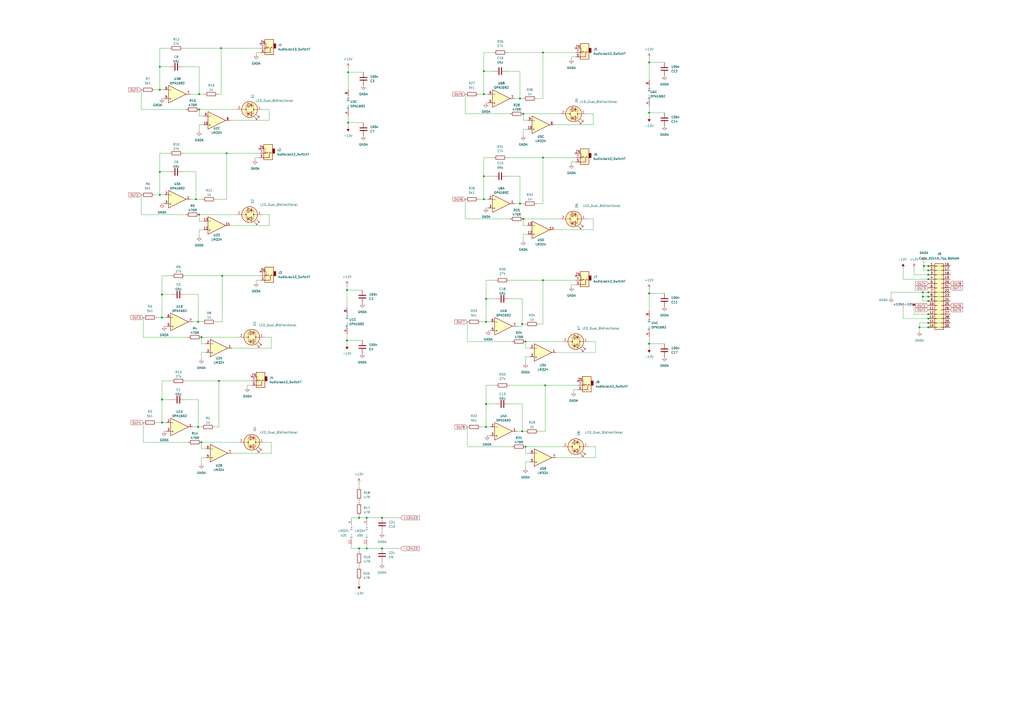
<source format=kicad_sch>
(kicad_sch (version 20231120) (generator "eeschema") (generator_version "8.0")
  (paper "A2")
  (junction (at 376.555 65.405))
  (junction (at 116.84 195.58))
  (junction (at 212.725 300.355))
  (junction (at 221.615 318.135))
  (junction (at 376.555 36.195))
  (junction (at 116.84 256.54))
  (junction (at 303.53 66.04))
  (junction (at 208.28 300.355))
  (junction (at 538.48 174.625))
  (junction (at 535.94 154.305))
  (junction (at 533.4 189.865))
  (junction (at 221.615 300.355))
  (junction (at 93.98 184.15))
  (junction (at 92.71 99.695))
  (junction (at 301.625 57.15))
  (junction (at 115.57 54.61))
  (junction (at 201.295 197.485))
  (junction (at 316.23 223.52))
  (junction (at 280.67 102.235))
  (junction (at 538.48 172.085))
  (junction (at 304.8 198.12))
  (junction (at 535.305 169.545))
  (junction (at 201.93 41.91))
  (junction (at 281.94 247.65))
  (junction (at 280.67 115.57))
  (junction (at 92.71 38.735))
  (junction (at 304.8 259.08))
  (junction (at 114.935 247.65))
  (junction (at 535.305 172.085))
  (junction (at 127 220.98))
  (junction (at 314.96 30.48))
  (junction (at 128.905 160.02))
  (junction (at 280.67 41.275))
  (junction (at 201.93 71.12))
  (junction (at 114.935 186.69))
  (junction (at 131.445 88.9))
  (junction (at 281.94 234.315))
  (junction (at 538.48 156.845))
  (junction (at 538.48 189.865))
  (junction (at 538.48 187.325))
  (junction (at 538.48 159.385))
  (junction (at 280.67 54.61))
  (junction (at 92.71 52.07))
  (junction (at 314.96 91.44))
  (junction (at 201.295 168.275))
  (junction (at 93.98 245.11))
  (junction (at 113.665 115.57))
  (junction (at 128.27 27.94))
  (junction (at 538.48 154.305))
  (junction (at 302.895 250.19))
  (junction (at 376.555 170.18))
  (junction (at 92.71 113.03))
  (junction (at 303.53 127))
  (junction (at 212.725 318.135))
  (junction (at 115.57 63.5))
  (junction (at 302.895 187.96))
  (junction (at 301.625 118.11))
  (junction (at 115.57 124.46))
  (junction (at 281.94 173.355))
  (junction (at 376.555 199.39))
  (junction (at 93.98 231.775))
  (junction (at 538.48 184.785))
  (junction (at 281.94 186.69))
  (junction (at 538.48 169.545))
  (junction (at 314.96 162.56))
  (junction (at 208.28 318.135))
  (junction (at 538.48 182.245))
  (junction (at 93.98 170.815))
  (junction (at 538.48 161.925))
  (no_connect (at 334.01 27.94))
  (no_connect (at 334.01 160.02))
  (no_connect (at 335.28 220.98))
  (no_connect (at 151.13 25.4))
  (no_connect (at 334.01 88.9))
  (no_connect (at 151.13 157.48))
  (no_connect (at 150.495 86.36))
  (no_connect (at 146.05 218.44))
  (wire (pts (xy 533.4 189.865) (xy 538.48 189.865)))
  (wire (pts (xy 376.555 199.39) (xy 385.445 199.39)))
  (wire (pts (xy 208.28 299.085) (xy 208.28 300.355)))
  (wire (pts (xy 538.48 189.865) (xy 551.18 189.865)))
  (wire (pts (xy 303.53 135.89) (xy 306.07 135.89)))
  (wire (pts (xy 115.57 133.35) (xy 115.57 137.16)))
  (wire (pts (xy 107.95 63.5) (xy 81.915 63.5)))
  (wire (pts (xy 376.555 65.405) (xy 385.445 65.405)))
  (wire (pts (xy 345.44 198.12) (xy 345.44 204.47)))
  (wire (pts (xy 111.76 186.69) (xy 114.935 186.69)))
  (wire (pts (xy 116.84 195.58) (xy 138.43 195.58)))
  (wire (pts (xy 302.895 234.315) (xy 302.895 250.19)))
  (wire (pts (xy 115.57 72.39) (xy 118.11 72.39)))
  (wire (pts (xy 208.28 336.55) (xy 208.28 339.09)))
  (wire (pts (xy 127 220.98) (xy 146.05 220.98)))
  (wire (pts (xy 208.28 300.355) (xy 212.725 300.355)))
  (wire (pts (xy 535.94 154.305) (xy 538.48 154.305)))
  (wire (pts (xy 116.84 256.54) (xy 138.43 256.54)))
  (wire (pts (xy 304.8 207.01) (xy 304.8 210.82)))
  (wire (pts (xy 115.57 128.27) (xy 118.11 128.27)))
  (wire (pts (xy 299.72 250.19) (xy 302.895 250.19)))
  (wire (pts (xy 294.005 91.44) (xy 314.96 91.44)))
  (wire (pts (xy 280.67 30.48) (xy 280.67 41.275)))
  (wire (pts (xy 314.96 187.96) (xy 314.96 162.56)))
  (wire (pts (xy 312.42 187.96) (xy 314.96 187.96)))
  (wire (pts (xy 302.895 187.96) (xy 304.8 187.96)))
  (wire (pts (xy 93.98 220.98) (xy 93.98 231.775)))
  (wire (pts (xy 344.17 66.04) (xy 344.17 72.39)))
  (wire (pts (xy 134.62 262.89) (xy 157.48 262.89)))
  (wire (pts (xy 283.21 120.65) (xy 281.94 120.65)))
  (wire (pts (xy 271.145 186.69) (xy 271.145 198.12)))
  (wire (pts (xy 277.495 54.61) (xy 280.67 54.61)))
  (wire (pts (xy 106.045 99.695) (xy 113.665 99.695)))
  (wire (pts (xy 334.01 93.98) (xy 331.47 93.98)))
  (wire (pts (xy 281.94 162.56) (xy 281.94 173.355)))
  (wire (pts (xy 153.67 256.54) (xy 157.48 256.54)))
  (wire (pts (xy 287.655 234.315) (xy 281.94 234.315)))
  (wire (pts (xy 281.94 247.65) (xy 284.48 247.65)))
  (wire (pts (xy 148.59 30.48) (xy 148.59 31.75)))
  (wire (pts (xy 116.84 260.35) (xy 119.38 260.35)))
  (wire (pts (xy 523.875 161.925) (xy 538.48 161.925)))
  (wire (pts (xy 286.385 30.48) (xy 280.67 30.48)))
  (wire (pts (xy 286.385 102.235) (xy 280.67 102.235)))
  (wire (pts (xy 298.45 118.11) (xy 301.625 118.11)))
  (wire (pts (xy 208.28 280.162) (xy 208.28 282.702)))
  (wire (pts (xy 278.765 186.69) (xy 281.94 186.69)))
  (wire (pts (xy 152.4 63.5) (xy 156.21 63.5)))
  (wire (pts (xy 81.915 124.46) (xy 107.95 124.46)))
  (wire (pts (xy 221.615 325.755) (xy 221.615 327.025)))
  (wire (pts (xy 314.96 30.48) (xy 334.01 30.48)))
  (wire (pts (xy 212.725 318.135) (xy 212.725 316.23)))
  (wire (pts (xy 98.425 27.94) (xy 92.71 27.94)))
  (wire (pts (xy 286.385 91.44) (xy 280.67 91.44)))
  (wire (pts (xy 376.555 36.195) (xy 376.555 46.355)))
  (wire (pts (xy 93.98 231.775) (xy 93.98 245.11)))
  (wire (pts (xy 106.045 27.94) (xy 128.27 27.94)))
  (wire (pts (xy 269.875 66.04) (xy 295.91 66.04)))
  (wire (pts (xy 208.28 290.322) (xy 208.28 291.465)))
  (wire (pts (xy 116.84 265.43) (xy 116.84 269.24)))
  (wire (pts (xy 304.8 198.12) (xy 304.8 201.93)))
  (wire (pts (xy 128.905 160.02) (xy 128.905 186.69)))
  (wire (pts (xy 314.96 57.15) (xy 314.96 30.48)))
  (wire (pts (xy 280.67 54.61) (xy 283.21 54.61)))
  (wire (pts (xy 212.725 318.135) (xy 221.615 318.135)))
  (wire (pts (xy 538.48 187.325) (xy 551.18 187.325)))
  (wire (pts (xy 304.8 201.93) (xy 307.34 201.93)))
  (wire (pts (xy 280.67 41.275) (xy 286.385 41.275)))
  (wire (pts (xy 311.15 118.11) (xy 314.96 118.11)))
  (wire (pts (xy 115.57 38.735) (xy 115.57 54.61)))
  (wire (pts (xy 131.445 88.9) (xy 131.445 115.57)))
  (wire (pts (xy 115.57 54.61) (xy 118.745 54.61)))
  (wire (pts (xy 201.295 168.275) (xy 210.185 168.275)))
  (wire (pts (xy 93.98 170.815) (xy 93.98 184.15)))
  (wire (pts (xy 302.895 250.19) (xy 304.8 250.19)))
  (wire (pts (xy 340.36 66.04) (xy 344.17 66.04)))
  (wire (pts (xy 221.615 318.135) (xy 232.41 318.135)))
  (wire (pts (xy 287.655 162.56) (xy 281.94 162.56)))
  (wire (pts (xy 81.915 63.5) (xy 81.915 52.07)))
  (wire (pts (xy 280.67 115.57) (xy 283.21 115.57)))
  (wire (pts (xy 280.67 41.275) (xy 280.67 54.61)))
  (wire (pts (xy 201.93 39.37) (xy 201.93 41.91)))
  (wire (pts (xy 322.58 265.43) (xy 345.44 265.43)))
  (wire (pts (xy 201.295 193.675) (xy 201.295 197.485)))
  (wire (pts (xy 295.275 162.56) (xy 314.96 162.56)))
  (wire (pts (xy 156.21 63.5) (xy 156.21 69.85)))
  (wire (pts (xy 334.01 33.02) (xy 331.47 33.02)))
  (wire (pts (xy 302.895 173.355) (xy 302.895 187.96)))
  (wire (pts (xy 376.555 36.195) (xy 385.445 36.195)))
  (wire (pts (xy 523.875 155.575) (xy 523.875 161.925)))
  (wire (pts (xy 321.31 72.39) (xy 344.17 72.39)))
  (wire (pts (xy 201.93 67.31) (xy 201.93 71.12)))
  (wire (pts (xy 98.425 38.735) (xy 92.71 38.735)))
  (wire (pts (xy 201.295 197.485) (xy 201.295 200.025)))
  (wire (pts (xy 203.835 316.23) (xy 203.835 318.135)))
  (wire (pts (xy 95.25 57.15) (xy 93.98 57.15)))
  (wire (pts (xy 294.005 102.235) (xy 301.625 102.235)))
  (wire (pts (xy 92.71 88.9) (xy 92.71 99.695)))
  (wire (pts (xy 535.305 169.545) (xy 538.48 169.545)))
  (wire (pts (xy 93.98 184.15) (xy 96.52 184.15)))
  (wire (pts (xy 538.48 174.625) (xy 551.18 174.625)))
  (wire (pts (xy 535.305 172.085) (xy 535.305 174.625)))
  (wire (pts (xy 126.365 54.61) (xy 128.27 54.61)))
  (wire (pts (xy 115.57 67.31) (xy 118.11 67.31)))
  (wire (pts (xy 153.67 195.58) (xy 157.48 195.58)))
  (wire (pts (xy 538.48 182.245) (xy 551.18 182.245)))
  (wire (pts (xy 115.57 63.5) (xy 115.57 67.31)))
  (wire (pts (xy 212.725 300.355) (xy 212.725 300.99)))
  (wire (pts (xy 116.84 199.39) (xy 119.38 199.39)))
  (wire (pts (xy 92.71 52.07) (xy 95.25 52.07)))
  (wire (pts (xy 278.765 247.65) (xy 281.94 247.65)))
  (wire (pts (xy 538.48 172.085) (xy 551.18 172.085)))
  (wire (pts (xy 99.695 160.02) (xy 93.98 160.02)))
  (wire (pts (xy 109.22 256.54) (xy 83.185 256.54)))
  (wire (pts (xy 322.58 204.47) (xy 345.44 204.47)))
  (wire (pts (xy 295.275 234.315) (xy 302.895 234.315)))
  (wire (pts (xy 376.555 61.595) (xy 376.555 65.405)))
  (wire (pts (xy 152.4 124.46) (xy 156.21 124.46)))
  (wire (pts (xy 312.42 250.19) (xy 316.23 250.19)))
  (wire (pts (xy 376.555 33.655) (xy 376.555 36.195)))
  (wire (pts (xy 303.53 127) (xy 303.53 130.81)))
  (wire (pts (xy 533.4 189.865) (xy 533.4 192.405)))
  (wire (pts (xy 146.05 223.52) (xy 143.51 223.52)))
  (wire (pts (xy 281.94 173.355) (xy 281.94 186.69)))
  (wire (pts (xy 523.875 184.785) (xy 538.48 184.785)))
  (wire (pts (xy 201.93 41.91) (xy 201.93 52.07)))
  (wire (pts (xy 316.23 250.19) (xy 316.23 223.52)))
  (wire (pts (xy 201.295 168.275) (xy 201.295 178.435)))
  (wire (pts (xy 341.63 198.12) (xy 345.44 198.12)))
  (wire (pts (xy 538.48 159.385) (xy 551.18 159.385)))
  (wire (pts (xy 271.145 259.08) (xy 297.18 259.08)))
  (wire (pts (xy 89.535 52.07) (xy 92.71 52.07)))
  (wire (pts (xy 281.94 234.315) (xy 281.94 247.65)))
  (wire (pts (xy 115.57 124.46) (xy 115.57 128.27)))
  (wire (pts (xy 131.445 115.57) (xy 125.095 115.57)))
  (wire (pts (xy 107.315 160.02) (xy 128.905 160.02)))
  (wire (pts (xy 96.52 250.19) (xy 95.25 250.19)))
  (wire (pts (xy 128.905 160.02) (xy 151.13 160.02)))
  (wire (pts (xy 311.15 57.15) (xy 314.96 57.15)))
  (wire (pts (xy 304.8 198.12) (xy 326.39 198.12)))
  (wire (pts (xy 516.89 169.545) (xy 535.305 169.545)))
  (wire (pts (xy 151.13 162.56) (xy 148.59 162.56)))
  (wire (pts (xy 294.005 41.275) (xy 301.625 41.275)))
  (wire (pts (xy 128.27 27.94) (xy 128.27 54.61)))
  (wire (pts (xy 535.94 154.305) (xy 535.94 151.765)))
  (wire (pts (xy 221.615 307.975) (xy 221.615 309.245)))
  (wire (pts (xy 271.145 247.65) (xy 271.145 259.08)))
  (wire (pts (xy 156.21 130.81) (xy 133.35 130.81)))
  (wire (pts (xy 116.84 204.47) (xy 119.38 204.47)))
  (wire (pts (xy 295.275 223.52) (xy 316.23 223.52)))
  (wire (pts (xy 157.48 195.58) (xy 157.48 201.93)))
  (wire (pts (xy 269.875 127) (xy 269.875 115.57)))
  (wire (pts (xy 331.47 165.1) (xy 331.47 166.37)))
  (wire (pts (xy 203.835 318.135) (xy 208.28 318.135)))
  (wire (pts (xy 114.935 170.815) (xy 114.935 186.69)))
  (wire (pts (xy 331.47 33.02) (xy 331.47 34.29)))
  (wire (pts (xy 281.94 186.69) (xy 284.48 186.69)))
  (wire (pts (xy 345.44 259.08) (xy 345.44 265.43)))
  (wire (pts (xy 201.295 197.485) (xy 210.185 197.485)))
  (wire (pts (xy 530.225 159.385) (xy 530.225 155.575)))
  (wire (pts (xy 299.72 189.23) (xy 302.895 189.23)))
  (wire (pts (xy 331.47 93.98) (xy 331.47 95.25)))
  (wire (pts (xy 340.36 127) (xy 344.17 127)))
  (wire (pts (xy 535.305 174.625) (xy 538.48 174.625)))
  (wire (pts (xy 116.84 195.58) (xy 116.84 199.39)))
  (wire (pts (xy 376.555 199.39) (xy 376.555 201.93)))
  (wire (pts (xy 535.305 169.545) (xy 535.305 172.085)))
  (wire (pts (xy 107.315 231.775) (xy 114.935 231.775)))
  (wire (pts (xy 114.935 186.69) (xy 117.475 186.69)))
  (wire (pts (xy 281.94 223.52) (xy 281.94 234.315)))
  (wire (pts (xy 90.805 184.15) (xy 93.98 184.15)))
  (wire (pts (xy 110.49 115.57) (xy 113.665 115.57)))
  (wire (pts (xy 92.71 113.03) (xy 95.25 113.03)))
  (wire (pts (xy 530.225 182.245) (xy 530.225 178.435)))
  (wire (pts (xy 538.48 169.545) (xy 551.18 169.545)))
  (wire (pts (xy 287.655 223.52) (xy 281.94 223.52)))
  (wire (pts (xy 341.63 259.08) (xy 345.44 259.08)))
  (wire (pts (xy 115.57 124.46) (xy 137.16 124.46)))
  (wire (pts (xy 376.555 195.58) (xy 376.555 199.39)))
  (wire (pts (xy 107.315 220.98) (xy 127 220.98)))
  (wire (pts (xy 92.71 27.94) (xy 92.71 38.735)))
  (wire (pts (xy 92.71 99.695) (xy 92.71 113.03)))
  (wire (pts (xy 115.57 63.5) (xy 137.16 63.5)))
  (wire (pts (xy 533.4 187.325) (xy 533.4 189.865)))
  (wire (pts (xy 376.555 170.18) (xy 385.445 170.18)))
  (wire (pts (xy 107.315 170.815) (xy 114.935 170.815)))
  (wire (pts (xy 301.625 102.235) (xy 301.625 118.11)))
  (wire (pts (xy 304.8 207.01) (xy 307.34 207.01)))
  (wire (pts (xy 115.57 133.35) (xy 118.11 133.35)))
  (wire (pts (xy 538.48 161.925) (xy 551.18 161.925)))
  (wire (pts (xy 113.665 115.57) (xy 117.475 115.57)))
  (wire (pts (xy 301.625 41.275) (xy 301.625 57.15)))
  (wire (pts (xy 304.8 259.08) (xy 304.8 262.89)))
  (wire (pts (xy 535.94 156.845) (xy 535.94 154.305)))
  (wire (pts (xy 201.93 71.12) (xy 210.82 71.12)))
  (wire (pts (xy 147.955 91.44) (xy 147.955 92.71)))
  (wire (pts (xy 283.21 59.69) (xy 281.94 59.69)))
  (wire (pts (xy 109.22 195.58) (xy 83.185 195.58)))
  (wire (pts (xy 128.27 27.94) (xy 151.13 27.94)))
  (wire (pts (xy 106.045 88.9) (xy 131.445 88.9)))
  (wire (pts (xy 110.49 54.61) (xy 115.57 54.61)))
  (wire (pts (xy 201.93 41.91) (xy 210.82 41.91)))
  (wire (pts (xy 303.53 130.81) (xy 306.07 130.81)))
  (wire (pts (xy 301.625 118.11) (xy 303.53 118.11)))
  (wire (pts (xy 151.13 30.48) (xy 148.59 30.48)))
  (wire (pts (xy 99.695 231.775) (xy 93.98 231.775)))
  (wire (pts (xy 156.21 69.85) (xy 133.35 69.85)))
  (wire (pts (xy 83.185 195.58) (xy 83.185 184.15)))
  (wire (pts (xy 96.52 189.23) (xy 95.25 189.23)))
  (wire (pts (xy 314.96 118.11) (xy 314.96 91.44)))
  (wire (pts (xy 124.46 247.65) (xy 127 247.65)))
  (wire (pts (xy 208.28 300.355) (xy 203.835 300.355)))
  (wire (pts (xy 376.555 170.18) (xy 376.555 180.34)))
  (wire (pts (xy 344.17 127) (xy 344.17 133.35)))
  (wire (pts (xy 131.445 88.9) (xy 150.495 88.9)))
  (wire (pts (xy 303.53 74.93) (xy 303.53 78.74)))
  (wire (pts (xy 148.59 162.56) (xy 148.59 163.83)))
  (wire (pts (xy 116.84 204.47) (xy 116.84 208.28)))
  (wire (pts (xy 335.28 226.06) (xy 332.74 226.06)))
  (wire (pts (xy 89.535 113.03) (xy 92.71 113.03)))
  (wire (pts (xy 332.74 226.06) (xy 332.74 227.33)))
  (wire (pts (xy 277.495 115.57) (xy 280.67 115.57)))
  (wire (pts (xy 150.495 91.44) (xy 147.955 91.44)))
  (wire (pts (xy 302.895 187.96) (xy 302.895 189.23)))
  (wire (pts (xy 530.225 182.245) (xy 538.48 182.245)))
  (wire (pts (xy 201.295 165.735) (xy 201.295 168.275)))
  (wire (pts (xy 295.91 127) (xy 269.875 127)))
  (wire (pts (xy 114.935 231.775) (xy 114.935 247.65)))
  (wire (pts (xy 303.53 66.04) (xy 325.12 66.04)))
  (wire (pts (xy 533.4 187.325) (xy 538.48 187.325)))
  (wire (pts (xy 208.28 327.66) (xy 208.28 328.93)))
  (wire (pts (xy 334.01 165.1) (xy 331.47 165.1)))
  (wire (pts (xy 221.615 300.355) (xy 232.41 300.355)))
  (wire (pts (xy 516.89 169.545) (xy 516.89 172.72)))
  (wire (pts (xy 83.185 256.54) (xy 83.185 245.11)))
  (wire (pts (xy 113.665 99.695) (xy 113.665 115.57)))
  (wire (pts (xy 95.25 118.11) (xy 93.98 118.11)))
  (wire (pts (xy 92.71 38.735) (xy 92.71 52.07)))
  (wire (pts (xy 99.695 170.815) (xy 93.98 170.815)))
  (wire (pts (xy 304.8 259.08) (xy 326.39 259.08)))
  (wire (pts (xy 303.53 127) (xy 325.12 127)))
  (wire (pts (xy 303.53 74.93) (xy 306.07 74.93)))
  (wire (pts (xy 143.51 223.52) (xy 143.51 224.79)))
  (wire (pts (xy 538.48 154.305) (xy 551.18 154.305)))
  (wire (pts (xy 523.875 178.435) (xy 523.875 184.785)))
  (wire (pts (xy 93.98 245.11) (xy 96.52 245.11)))
  (wire (pts (xy 314.96 162.56) (xy 334.01 162.56)))
  (wire (pts (xy 298.45 57.15) (xy 301.625 57.15)))
  (wire (pts (xy 208.28 318.135) (xy 208.28 320.04)))
  (wire (pts (xy 203.835 300.355) (xy 203.835 300.99)))
  (wire (pts (xy 106.045 38.735) (xy 115.57 38.735)))
  (wire (pts (xy 280.67 102.235) (xy 280.67 115.57)))
  (wire (pts (xy 314.96 91.44) (xy 334.01 91.44)))
  (wire (pts (xy 303.53 69.85) (xy 306.07 69.85)))
  (wire (pts (xy 269.875 54.61) (xy 269.875 66.04)))
  (wire (pts (xy 530.225 159.385) (xy 538.48 159.385)))
  (wire (pts (xy 280.67 91.44) (xy 280.67 102.235)))
  (wire (pts (xy 90.805 245.11) (xy 93.98 245.11)))
  (wire (pts (xy 295.275 173.355) (xy 302.895 173.355)))
  (wire (pts (xy 304.8 262.89) (xy 307.34 262.89)))
  (wire (pts (xy 284.48 252.73) (xy 282.575 252.73)))
  (wire (pts (xy 538.48 156.845) (xy 551.18 156.845)))
  (wire (pts (xy 116.84 265.43) (xy 119.38 265.43)))
  (wire (pts (xy 125.095 186.69) (xy 128.905 186.69)))
  (wire (pts (xy 212.725 300.355) (xy 221.615 300.355)))
  (wire (pts (xy 98.425 88.9) (xy 92.71 88.9)))
  (wire (pts (xy 304.8 267.97) (xy 304.8 271.78)))
  (wire (pts (xy 208.28 318.135) (xy 212.725 318.135)))
  (wire (pts (xy 538.48 184.785) (xy 551.18 184.785)))
  (wire (pts (xy 316.23 223.52) (xy 335.28 223.52)))
  (wire (pts (xy 127 247.65) (xy 127 220.98)))
  (wire (pts (xy 287.655 173.355) (xy 281.94 173.355)))
  (wire (pts (xy 535.305 172.085) (xy 538.48 172.085)))
  (wire (pts (xy 376.555 65.405) (xy 376.555 67.945)))
  (wire (pts (xy 201.93 71.12) (xy 201.93 73.66)))
  (wire (pts (xy 294.005 30.48) (xy 314.96 30.48)))
  (wire (pts (xy 99.695 220.98) (xy 93.98 220.98)))
  (wire (pts (xy 303.53 135.89) (xy 303.53 139.7)))
  (wire (pts (xy 284.48 191.77) (xy 283.21 191.77)))
  (wire (pts (xy 321.31 133.35) (xy 344.17 133.35)))
  (wire (pts (xy 535.94 156.845) (xy 538.48 156.845)))
  (wire (pts (xy 115.57 72.39) (xy 115.57 76.2)))
  (wire (pts (xy 304.8 267.97) (xy 307.34 267.97)))
  (wire (pts (xy 376.555 167.64) (xy 376.555 170.18)))
  (wire (pts (xy 114.935 247.65) (xy 116.84 247.65)))
  (wire (pts (xy 301.625 57.15) (xy 303.53 57.15)))
  (wire (pts (xy 156.21 124.46) (xy 156.21 130.81)))
  (wire (pts (xy 157.48 201.93) (xy 134.62 201.93)))
  (wire (pts (xy 111.76 247.65) (xy 114.935 247.65)))
  (wire (pts (xy 303.53 66.04) (xy 303.53 69.85)))
  (wire (pts (xy 116.84 256.54) (xy 116.84 260.35)))
  (wire (pts (xy 271.145 198.12) (xy 297.18 198.12)))
  (wire (pts (xy 93.98 160.02) (xy 93.98 170.815)))
  (wire (pts (xy 81.915 124.46) (xy 81.915 113.03)))
  (wire (pts (xy 98.425 99.695) (xy 92.71 99.695)))
  (wire (pts (xy 157.48 256.54) (xy 157.48 262.89)))
  (global_label "OUT4" (shape input) (at 83.185 245.11 180) (property "Intersheetrefs" "${INTERSHEET_REFS}" (effects (hide yes))))
  (global_label "+12VLED" (shape input) (at 232.41 300.355 0) (property "Intersheetrefs" "${INTERSHEET_REFS}" (effects (hide yes))))
  (global_label "OUT5" (shape input) (at 269.875 54.61 180) (property "Intersheetrefs" "${INTERSHEET_REFS}" (effects (hide yes))))
  (global_label "-12VLED" (shape input) (at 232.41 318.135 0) (property "Intersheetrefs" "${INTERSHEET_REFS}" (effects (hide yes))))
  (global_label "OUT6" (shape input) (at 551.18 177.165 0) (property "Intersheetrefs" "${INTERSHEET_REFS}" (effects (hide yes))))
  (global_label "OUT4" (shape input) (at 538.48 164.465 180) (property "Intersheetrefs" "${INTERSHEET_REFS}" (effects (hide yes))))
  (global_label "OUT2" (shape input) (at 81.915 113.03 180) (property "Intersheetrefs" "${INTERSHEET_REFS}" (effects (hide yes))))
  (global_label "OUT8" (shape input) (at 551.18 164.465 0) (property "Intersheetrefs" "${INTERSHEET_REFS}" (effects (hide yes))))
  (global_label "OUT2" (shape input) (at 538.48 177.165 180) (property "Intersheetrefs" "${INTERSHEET_REFS}" (effects (hide yes))))
  (global_label "OUT3" (shape input) (at 83.185 184.15 180) (property "Intersheetrefs" "${INTERSHEET_REFS}" (effects (hide yes))))
  (global_label "OUT5" (shape input) (at 551.18 179.705 0) (property "Intersheetrefs" "${INTERSHEET_REFS}" (effects (hide yes))))
  (global_label "OUT6" (shape input) (at 269.875 115.57 180) (property "Intersheetrefs" "${INTERSHEET_REFS}" (effects (hide yes))))
  (global_label "OUT3" (shape input) (at 538.48 167.005 180) (property "Intersheetrefs" "${INTERSHEET_REFS}" (effects (hide yes))))
  (global_label "OUT7" (shape input) (at 271.145 186.69 180) (property "Intersheetrefs" "${INTERSHEET_REFS}" (effects (hide yes))))
  (global_label "OUT1" (shape input) (at 538.48 179.705 180) (property "Intersheetrefs" "${INTERSHEET_REFS}" (effects (hide yes))))
  (global_label "OUT8" (shape input) (at 271.145 247.65 180) (property "Intersheetrefs" "${INTERSHEET_REFS}" (effects (hide yes))))
  (global_label "OUT1" (shape input) (at 81.915 52.07 180) (property "Intersheetrefs" "${INTERSHEET_REFS}" (effects (hide yes))))
  (global_label "OUT7" (shape input) (at 551.18 167.005 0) (property "Intersheetrefs" "${INTERSHEET_REFS}" (effects (hide yes))))
  (symbol (lib_id "power:GNDA") (at 304.8 271.78 0) (unit 1)
    (property "Reference" "#PWR0103" (effects (hide yes)))
    (property "Value" "GNDA" (at 304.8 276.86 0))
  )
  (symbol (lib_id "Device:R") (at 274.955 186.69 270) (unit 1)
    (property "Reference" "R23" (at 274.955 180.34 90))
    (property "Value" "5k1" (at 274.955 182.88 90))
    (property "Footprint" "Resistor_SMD:R_0603_1608Metric_Pad0.98x0.95mm_HandSolder" (effects (hide yes)))
  )
  (symbol (lib_id "Amplifier_Operational:TL072") (at 292.1 189.23 0) (mirror x) (unit 2)
    (property "Reference" "U4" (at 292.1 180.34 0))
    (property "Value" "OPA1692" (at 292.1 182.88 0))
    (property "Footprint" "Package_SO:SOIC-8_3.9x4.9mm_P1.27mm" (effects (hide yes)))
    (property "Datasheet" "http://www.ti.com/lit/ds/symlink/tl071.pdf" (effects (hide yes)))
  )
  (symbol (lib_id "Device:C") (at 291.465 234.315 90) (unit 1)
    (property "Reference" "C13" (at 291.465 228.6 90))
    (property "Value" "68p" (at 291.465 231.14 90))
    (property "Footprint" "Capacitor_SMD:C_0603_1608Metric_Pad1.08x0.95mm_HandSolder" (effects (hide yes)))
  )
  (symbol (lib_id "Amplifier_Operational:TL072") (at 104.14 247.65 0) (mirror x) (unit 1)
    (property "Reference" "U1" (at 104.14 238.76 0))
    (property "Value" "OPA1692" (at 104.14 241.3 0))
    (property "Footprint" "Package_SO:SOIC-8_3.9x4.9mm_P1.27mm" (effects (hide yes)))
    (property "Datasheet" "http://www.ti.com/lit/ds/symlink/tl071.pdf" (effects (hide yes)))
  )
  (symbol (lib_id "Device:C") (at 385.445 173.99 180) (unit 1)
    (property "Reference" "C11" (at 389.255 175.26 0) (effects (justify right)))
    (property "Value" "100n" (at 389.255 172.72 0) (effects (justify right)))
    (property "Footprint" "Capacitor_SMD:C_0603_1608Metric_Pad1.08x0.95mm_HandSolder" (effects (hide yes)))
  )
  (symbol (lib_id "Amplifier_Operational:LM324") (at 210.185 308.61 0) (mirror y) (unit 5)
    (property "Reference" "U5" (at 208.915 310.515 0))
    (property "Value" "LM324" (at 208.915 307.975 0))
    (property "Footprint" "Package_SO:SOIC-14_3.9x8.7mm_P1.27mm" (effects (hide yes)))
    (property "Datasheet" "http://www.ti.com/lit/ds/symlink/lm2902-n.pdf" (effects (hide yes)))
  )
  (symbol (lib_id "power:-12V") (at 376.555 67.945 180) (unit 1)
    (property "Reference" "#PWR0116" (effects (hide yes)))
    (property "Value" "-12V" (at 376.555 73.025 0))
  )
  (symbol (lib_id "Device:C") (at 103.505 170.815 90) (unit 1)
    (property "Reference" "C5" (at 103.505 165.1 90))
    (property "Value" "68p" (at 103.505 167.64 90))
    (property "Footprint" "Capacitor_SMD:C_0603_1608Metric_Pad1.08x0.95mm_HandSolder" (effects (hide yes)))
  )
  (symbol (lib_id "power:GNDA") (at 143.51 224.79 0) (mirror y) (unit 1)
    (property "Reference" "#PWR016" (effects (hide yes)))
    (property "Value" "GNDA" (at 143.51 229.87 0))
  )
  (symbol (lib_id "power:GNDA") (at 281.94 120.65 0) (unit 1)
    (property "Reference" "#PWR0143" (effects (hide yes)))
    (property "Value" "GNDA" (at 281.94 125.73 0))
  )
  (symbol (lib_id "Device:R") (at 86.995 184.15 270) (unit 1)
    (property "Reference" "R3" (at 86.995 177.8 90))
    (property "Value" "5k1" (at 86.995 180.34 90))
    (property "Footprint" "Resistor_SMD:R_0603_1608Metric_Pad0.98x0.95mm_HandSolder" (effects (hide yes)))
  )
  (symbol (lib_id "Device:R") (at 208.28 323.85 0) (unit 1)
    (property "Reference" "R19" (at 210.947 323.215 0) (effects (justify left)))
    (property "Value" "47R" (at 210.947 325.755 0) (effects (justify left)))
    (property "Footprint" "Resistor_SMD:R_0603_1608Metric_Pad0.98x0.95mm_HandSolder" (effects (hide yes)))
  )
  (symbol (lib_id "Amplifier_Operational:TL072") (at 290.83 57.15 0) (mirror x) (unit 2)
    (property "Reference" "U6" (at 290.83 48.26 0))
    (property "Value" "OPA1692" (at 290.83 50.8 0))
    (property "Footprint" "Package_SO:SOIC-8_3.9x4.9mm_P1.27mm" (effects (hide yes)))
    (property "Datasheet" "http://www.ti.com/lit/ds/symlink/tl071.pdf" (effects (hide yes)))
  )
  (symbol (lib_id "Amplifier_Operational:LM324") (at 125.73 69.85 0) (mirror x) (unit 3)
    (property "Reference" "U2" (at 125.73 74.422 0))
    (property "Value" "LM324" (at 125.73 76.962 0))
    (property "Footprint" "Package_SO:SOIC-14_3.9x8.7mm_P1.27mm" (effects (hide yes)))
    (property "Datasheet" "http://www.ti.com/lit/ds/symlink/lm2902-n.pdf" (effects (hide yes)))
  )
  (symbol (lib_id "Amplifier_Operational:LM324") (at 314.96 265.43 0) (mirror x) (unit 2)
    (property "Reference" "U5" (at 314.96 271.78 0))
    (property "Value" "LM324" (at 314.96 274.32 0))
    (property "Footprint" "Package_SO:SOIC-14_3.9x8.7mm_P1.27mm" (effects (hide yes)))
    (property "Datasheet" "http://www.ti.com/lit/ds/symlink/lm2902-n.pdf" (effects (hide yes)))
  )
  (symbol (lib_id "power:GNDA") (at 331.47 166.37 0) (mirror y) (unit 1)
    (property "Reference" "#PWR039" (effects (hide yes)))
    (property "Value" "GNDA" (at 331.47 171.45 0))
  )
  (symbol (lib_id "power:GNDA") (at 535.94 151.765 0) (mirror x) (unit 1)
    (property "Reference" "#PWR0119" (effects (hide yes)))
    (property "Value" "GNDA" (at 535.94 146.685 0))
  )
  (symbol (lib_id "power:GNDA") (at 303.53 78.74 0) (unit 1)
    (property "Reference" "#PWR0113" (effects (hide yes)))
    (property "Value" "GNDA" (at 303.53 83.82 0))
  )
  (symbol (lib_id "Amplifier_Operational:TL072") (at 102.87 54.61 0) (mirror x) (unit 2)
    (property "Reference" "U3" (at 102.87 45.72 0))
    (property "Value" "OPA1692" (at 102.87 48.26 0))
    (property "Footprint" "Package_SO:SOIC-8_3.9x4.9mm_P1.27mm" (effects (hide yes)))
    (property "Datasheet" "http://www.ti.com/lit/ds/symlink/tl071.pdf" (effects (hide yes)))
  )
  (symbol (lib_id "Connector:AudioJack2_SwitchT") (at 340.36 223.52 180) (unit 1)
    (property "Reference" "J8" (at 345.44 221.6149 0) (effects (justify right)))
    (property "Value" "AudioJack2_SwitchT" (at 345.44 224.1549 0) (effects (justify right)))
    (property "Footprint" "Eigenes:Thonkicon" (effects (hide yes)))
  )
  (symbol (lib_id "Device:C") (at 210.185 201.295 180) (unit 1)
    (property "Reference" "C4" (at 213.995 202.565 0) (effects (justify right)))
    (property "Value" "100n" (at 213.995 200.025 0) (effects (justify right)))
    (property "Footprint" "Capacitor_SMD:C_0603_1608Metric_Pad1.08x0.95mm_HandSolder" (effects (hide yes)))
  )
  (symbol (lib_id "power:GNDA") (at 115.57 76.2 0) (unit 1)
    (property "Reference" "#PWR0102" (effects (hide yes)))
    (property "Value" "GNDA" (at 115.57 81.28 0))
  )
  (symbol (lib_id "power:GNDA") (at 385.445 43.815 0) (unit 1)
    (property "Reference" "#PWR0115" (effects (hide yes)))
    (property "Value" "GNDA" (at 385.445 48.895 0))
  )
  (symbol (lib_id "power:GNDA") (at 303.53 139.7 0) (unit 1)
    (property "Reference" "#PWR0109" (effects (hide yes)))
    (property "Value" "GNDA" (at 303.53 144.78 0))
  )
  (symbol (lib_id "power:+12V") (at 201.93 39.37 0) (unit 1)
    (property "Reference" "#PWR017" (effects (hide yes)))
    (property "Value" "+12V" (at 201.93 34.29 0))
  )
  (symbol (lib_id "power:-12V") (at 208.28 339.09 180) (unit 1)
    (property "Reference" "#PWR02" (effects (hide yes)))
    (property "Value" "-12V" (at 208.28 344.17 0))
  )
  (symbol (lib_id "Amplifier_Operational:LM324") (at 127 201.93 0) (mirror x) (unit 1)
    (property "Reference" "U2" (at 127 207.772 0))
    (property "Value" "LM324" (at 127 210.312 0))
    (property "Footprint" "Package_SO:SOIC-14_3.9x8.7mm_P1.27mm" (effects (hide yes)))
    (property "Datasheet" "http://www.ti.com/lit/ds/symlink/lm2902-n.pdf" (effects (hide yes)))
  )
  (symbol (lib_id "power:+12V") (at 376.555 167.64 0) (unit 1)
    (property "Reference" "#PWR0112" (effects (hide yes)))
    (property "Value" "+12V" (at 376.555 162.56 0))
  )
  (symbol (lib_id "power:GNDA") (at 95.25 189.23 0) (unit 1)
    (property "Reference" "#PWR0127" (effects (hide yes)))
    (property "Value" "GNDA" (at 95.25 194.31 0))
  )
  (symbol (lib_id "power:GNDA") (at 210.185 205.105 0) (unit 1)
    (property "Reference" "#PWR0135" (effects (hide yes)))
    (property "Value" "GNDA" (at 210.185 210.185 0))
  )
  (symbol (lib_id "Connector:AudioJack2_SwitchT") (at 339.09 162.56 180) (unit 1)
    (property "Reference" "J7" (at 344.17 160.6549 0) (effects (justify right)))
    (property "Value" "AudioJack2_SwitchT" (at 344.17 163.1949 0) (effects (justify right)))
    (property "Footprint" "Eigenes:Thonkicon" (effects (hide yes)))
  )
  (symbol (lib_id "Amplifier_Operational:LM324") (at 127 262.89 0) (mirror x) (unit 2)
    (property "Reference" "U2" (at 127 270.002 0))
    (property "Value" "LM324" (at 127 272.542 0))
    (property "Footprint" "Package_SO:SOIC-14_3.9x8.7mm_P1.27mm" (effects (hide yes)))
    (property "Datasheet" "http://www.ti.com/lit/ds/symlink/lm2902-n.pdf" (effects (hide yes)))
  )
  (symbol (lib_id "Connector:AudioJack2_SwitchT") (at 155.575 88.9 180) (unit 1)
    (property "Reference" "J2" (at 160.655 86.9949 0) (effects (justify right)))
    (property "Value" "AudioJack2_SwitchT" (at 160.655 89.5349 0) (effects (justify right)))
    (property "Footprint" "Eigenes:Thonkicon" (effects (hide yes)))
  )
  (symbol (lib_id "Connector:AudioJack2_SwitchT") (at 156.21 27.94 180) (unit 1)
    (property "Reference" "J1" (at 161.29 26.0349 0) (effects (justify right)))
    (property "Value" "AudioJack2_SwitchT" (at 161.29 28.5749 0) (effects (justify right)))
    (property "Footprint" "Eigenes:Thonkicon" (effects (hide yes)))
  )
  (symbol (lib_id "power:GNDA") (at 283.21 191.77 0) (unit 1)
    (property "Reference" "#PWR0126" (effects (hide yes)))
    (property "Value" "GNDA" (at 283.21 196.85 0))
  )
  (symbol (lib_id "power:GNDA") (at 331.47 34.29 0) (mirror y) (unit 1)
    (property "Reference" "#PWR037" (effects (hide yes)))
    (property "Value" "GNDA" (at 331.47 39.37 0))
  )
  (symbol (lib_id "power:GNDA") (at 148.59 31.75 0) (mirror y) (unit 1)
    (property "Reference" "#PWR09" (effects (hide yes)))
    (property "Value" "GNDA" (at 148.59 36.83 0))
  )
  (symbol (lib_id "Device:C") (at 221.615 321.945 180) (unit 1)
    (property "Reference" "C9" (at 225.425 323.215 0) (effects (justify right)))
    (property "Value" "22u" (at 225.425 320.675 0) (effects (justify right)))
    (property "Footprint" "Capacitor_SMD:C_0805_2012Metric_Pad1.18x1.45mm_HandSolder" (effects (hide yes)))
  )
  (symbol (lib_id "power:GNDA") (at 282.575 252.73 0) (unit 1)
    (property "Reference" "#PWR0125" (effects (hide yes)))
    (property "Value" "GNDA" (at 282.575 257.81 0))
  )
  (symbol (lib_id "power:GNDA") (at 210.82 49.53 0) (unit 1)
    (property "Reference" "#PWR025" (effects (hide yes)))
    (property "Value" "GNDA" (at 210.82 54.61 0))
  )
  (symbol (lib_id "power:GNDA") (at 115.57 137.16 0) (unit 1)
    (property "Reference" "#PWR0129" (effects (hide yes)))
    (property "Value" "GNDA" (at 115.57 142.24 0))
  )
  (symbol (lib_id "Device:R") (at 113.03 256.54 90) (unit 1)
    (property "Reference" "R14" (at 113.03 251.46 90))
    (property "Value" "470R" (at 113.03 254 90))
    (property "Footprint" "Resistor_SMD:R_0603_1608Metric_Pad0.98x0.95mm_HandSolder" (effects (hide yes)))
  )
  (symbol (lib_id "power:-12V") (at 376.555 201.93 180) (unit 1)
    (property "Reference" "#PWR0107" (effects (hide yes)))
    (property "Value" "-12V" (at 376.555 207.01 0))
  )
  (symbol (lib_id "Device:LED_Dual_Bidirectional") (at 146.05 195.58 0) (mirror x) (unit 1)
    (property "Reference" "D3" (at 147.8154 189.23 90) (effects (justify right)))
    (property "Value" "LED_Dual_Bidirectional" (at 172.085 188.595 0) (effects (justify right)))
    (property "Footprint" "LED_THT:LED_D3.0mm" (effects (hide yes)))
  )
  (symbol (lib_id "Device:R") (at 208.28 332.74 0) (unit 1)
    (property "Reference" "R20" (at 210.693 332.74 0) (effects (justify left)))
    (property "Value" "47R" (at 210.693 335.28 0) (effects (justify left)))
    (property "Footprint" "Resistor_SMD:R_0603_1608Metric_Pad0.98x0.95mm_HandSolder" (effects (hide yes)))
  )
  (symbol (lib_id "Device:R") (at 102.235 27.94 270) (unit 1)
    (property "Reference" "R12" (at 102.235 22.86 90))
    (property "Value" "27k" (at 102.235 25.4 90))
    (property "Footprint" "Resistor_SMD:R_0603_1608Metric_Pad0.98x0.95mm_HandSolder" (effects (hide yes)))
  )
  (symbol (lib_id "Device:R") (at 273.685 54.61 270) (unit 1)
    (property "Reference" "R27" (at 273.685 48.26 90))
    (property "Value" "5k1" (at 273.685 50.8 90))
    (property "Footprint" "Resistor_SMD:R_0603_1608Metric_Pad0.98x0.95mm_HandSolder" (effects (hide yes)))
  )
  (symbol (lib_id "Device:LED_Dual_Bidirectional") (at 146.05 256.54 0) (mirror x) (unit 1)
    (property "Reference" "D4" (at 147.8154 250.19 90) (effects (justify right)))
    (property "Value" "LED_Dual_Bidirectional" (at 172.72 250.825 0) (effects (justify right)))
    (property "Footprint" "LED_THT:LED_D3.0mm" (effects (hide yes)))
  )
  (symbol (lib_id "Amplifier_Operational:TL072") (at 292.1 250.19 0) (mirror x) (unit 1)
    (property "Reference" "U4" (at 292.1 241.3 0))
    (property "Value" "OPA1692" (at 292.1 243.84 0))
    (property "Footprint" "Package_SO:SOIC-8_3.9x4.9mm_P1.27mm" (effects (hide yes)))
    (property "Datasheet" "http://www.ti.com/lit/ds/symlink/tl071.pdf" (effects (hide yes)))
  )
  (symbol (lib_id "power:GNDA") (at 116.84 269.24 0) (unit 1)
    (property "Reference" "#PWR0130" (effects (hide yes)))
    (property "Value" "GNDA" (at 116.84 274.32 0))
  )
  (symbol (lib_id "Amplifier_Operational:LM324") (at 314.96 204.47 0) (mirror x) (unit 1)
    (property "Reference" "U5" (at 314.96 211.836 0))
    (property "Value" "LM324" (at 314.96 214.376 0))
    (property "Footprint" "Package_SO:SOIC-14_3.9x8.7mm_P1.27mm" (effects (hide yes)))
    (property "Datasheet" "http://www.ti.com/lit/ds/symlink/lm2902-n.pdf" (effects (hide yes)))
  )
  (symbol (lib_id "Device:LED_Dual_Bidirectional") (at 332.74 66.04 0) (mirror x) (unit 1)
    (property "Reference" "D5" (at 334.5054 59.69 90) (effects (justify right)))
    (property "Value" "LED_Dual_Bidirectional" (at 358.14 59.055 0) (effects (justify right)))
    (property "Footprint" "LED_THT:LED_D3.0mm" (effects (hide yes)))
  )
  (symbol (lib_id "power:GNDA") (at 210.185 175.895 0) (unit 1)
    (property "Reference" "#PWR0133" (effects (hide yes)))
    (property "Value" "GNDA" (at 210.185 180.975 0))
  )
  (symbol (lib_id "power:GNDA") (at 385.445 73.025 0) (unit 1)
    (property "Reference" "#PWR0117" (effects (hide yes)))
    (property "Value" "GNDA" (at 385.445 78.105 0))
  )
  (symbol (lib_id "power:GNDA") (at 221.615 327.025 0) (unit 1)
    (property "Reference" "#PWR04" (effects (hide yes)))
    (property "Value" "GNDA" (at 221.615 332.105 0))
  )
  (symbol (lib_id "power:GNDA") (at 385.445 207.01 0) (unit 1)
    (property "Reference" "#PWR0106" (effects (hide yes)))
    (property "Value" "GNDA" (at 385.445 212.09 0))
  )
  (symbol (lib_id "Amplifier_Operational:LM324") (at 201.295 308.61 0) (mirror y) (unit 5)
    (property "Reference" "U2" (at 199.39 310.515 0))
    (property "Value" "LM324" (at 199.39 307.975 0))
    (property "Footprint" "Package_SO:SOIC-14_3.9x8.7mm_P1.27mm" (effects (hide yes)))
    (property "Datasheet" "http://www.ti.com/lit/ds/symlink/lm2902-n.pdf" (effects (hide yes)))
  )
  (symbol (lib_id "Device:R") (at 111.76 63.5 90) (unit 1)
    (property "Reference" "R15" (at 111.76 58.42 90))
    (property "Value" "470R" (at 111.76 60.96 90))
    (property "Footprint" "Resistor_SMD:R_0603_1608Metric_Pad0.98x0.95mm_HandSolder" (effects (hide yes)))
  )
  (symbol (lib_id "Device:C") (at 290.195 102.235 270) (mirror x) (unit 1)
    (property "Reference" "C15" (at 290.195 94.615 90))
    (property "Value" "68p" (at 290.195 97.155 90))
    (property "Footprint" "Capacitor_SMD:C_0603_1608Metric_Pad1.08x0.95mm_HandSolder" (effects (hide yes)))
  )
  (symbol (lib_id "power:-12V") (at 201.93 73.66 180) (unit 1)
    (property "Reference" "#PWR018" (effects (hide yes)))
    (property "Value" "-12V" (at 201.93 78.74 0))
  )
  (symbol (lib_id "Connector:AudioJack2_SwitchT") (at 151.13 220.98 180) (unit 1)
    (property "Reference" "J4" (at 156.21 219.0749 0) (effects (justify right)))
    (property "Value" "AudioJack2_SwitchT" (at 156.21 221.6149 0) (effects (justify right)))
    (property "Footprint" "Eigenes:Thonkicon" (effects (hide yes)))
  )
  (symbol (lib_id "power:GNDA") (at 95.25 250.19 0) (unit 1)
    (property "Reference" "#PWR0131" (effects (hide yes)))
    (property "Value" "GNDA" (at 95.25 255.27 0))
  )
  (symbol (lib_id "power:+12V") (at 523.875 178.435 0) (mirror y) (unit 1)
    (property "Reference" "#PWR0123" (effects (hide yes)))
    (property "Value" "+12V" (at 520.7 176.53 0))
  )
  (symbol (lib_id "Device:C") (at 210.82 74.93 180) (unit 1)
    (property "Reference" "C7" (at 214.63 76.2 0) (effects (justify right)))
    (property "Value" "100n" (at 214.63 73.66 0) (effects (justify right)))
    (property "Footprint" "Capacitor_SMD:C_0603_1608Metric_Pad1.08x0.95mm_HandSolder" (effects (hide yes)))
  )
  (symbol (lib_id "power:GNDA") (at 93.98 57.15 0) (unit 1)
    (property "Reference" "#PWR0139" (effects (hide yes)))
    (property "Value" "GNDA" (at 91.44 60.96 0))
  )
  (symbol (lib_id "Amplifier_Operational:TL072") (at 290.83 118.11 0) (mirror x) (unit 1)
    (property "Reference" "U6" (at 290.83 109.22 0))
    (property "Value" "OPA1692" (at 290.83 111.76 0))
    (property "Footprint" "Package_SO:SOIC-8_3.9x4.9mm_P1.27mm" (effects (hide yes)))
    (property "Datasheet" "http://www.ti.com/lit/ds/symlink/tl071.pdf" (effects (hide yes)))
  )
  (symbol (lib_id "Amplifier_Operational:TL072") (at 198.755 186.055 0) (mirror y) (unit 3)
    (property "Reference" "U1" (at 202.565 185.42 0) (effects (justify right)))
    (property "Value" "OPA1692" (at 202.565 187.96 0) (effects (justify right)))
    (property "Footprint" "Package_SO:SOIC-8_3.9x4.9mm_P1.27mm" (effects (hide yes)))
    (property "Datasheet" "http://www.ti.com/lit/ds/symlink/tl071.pdf" (effects (hide yes)))
  )
  (symbol (lib_id "Device:R") (at 85.725 52.07 270) (unit 1)
    (property "Reference" "R7" (at 85.725 45.72 90))
    (property "Value" "5k1" (at 85.725 48.26 90))
    (property "Footprint" "Resistor_SMD:R_0603_1608Metric_Pad0.98x0.95mm_HandSolder" (effects (hide yes)))
  )
  (symbol (lib_id "Device:LED_Dual_Bidirectional") (at 334.01 198.12 0) (mirror x) (unit 1)
    (property "Reference" "D7" (at 335.7754 191.77 90) (effects (justify right)))
    (property "Value" "LED_Dual_Bidirectional" (at 359.41 190.5 0) (effects (justify right)))
    (property "Footprint" "LED_THT:LED_D3.0mm" (effects (hide yes)))
  )
  (symbol (lib_id "Device:LED_Dual_Bidirectional") (at 332.74 127 0) (mirror x) (unit 1)
    (property "Reference" "D6" (at 334.5054 120.65 90) (effects (justify right)))
    (property "Value" "LED_Dual_Bidirectional" (at 360.045 119.38 0) (effects (justify right)))
    (property "Footprint" "LED_THT:LED_D3.0mm" (effects (hide yes)))
  )
  (symbol (lib_id "Device:C") (at 210.82 45.72 180) (unit 1)
    (property "Reference" "C3" (at 214.63 46.99 0) (effects (justify right)))
    (property "Value" "100n" (at 214.63 44.45 0) (effects (justify right)))
    (property "Footprint" "Capacitor_SMD:C_0603_1608Metric_Pad1.08x0.95mm_HandSolder" (effects (hide yes)))
  )
  (symbol (lib_id "Device:R") (at 290.195 91.44 270) (unit 1)
    (property "Reference" "R31" (at 290.195 85.09 90))
    (property "Value" "27k" (at 290.195 87.63 90))
    (property "Footprint" "Resistor_SMD:R_0603_1608Metric_Pad0.98x0.95mm_HandSolder" (effects (hide yes)))
  )
  (symbol (lib_id "Device:R") (at 102.235 88.9 270) (unit 1)
    (property "Reference" "R10" (at 102.235 83.82 90))
    (property "Value" "27k" (at 102.235 86.36 90))
    (property "Footprint" "Resistor_SMD:R_0603_1608Metric_Pad0.98x0.95mm_HandSolder" (effects (hide yes)))
  )
  (symbol (lib_id "Device:C") (at 385.445 69.215 180) (unit 1)
    (property "Reference" "C14" (at 389.255 70.485 0) (effects (justify right)))
    (property "Value" "100n" (at 389.255 67.945 0) (effects (justify right)))
    (property "Footprint" "Capacitor_SMD:C_0603_1608Metric_Pad1.08x0.95mm_HandSolder" (effects (hide yes)))
  )
  (symbol (lib_id "Device:R") (at 290.195 30.48 270) (unit 1)
    (property "Reference" "R35" (at 290.195 24.13 90))
    (property "Value" "27k" (at 290.195 26.67 90))
    (property "Footprint" "Resistor_SMD:R_0603_1608Metric_Pad0.98x0.95mm_HandSolder" (effects (hide yes)))
  )
  (symbol (lib_id "Device:R") (at 299.72 66.04 270) (mirror x) (unit 1)
    (property "Reference" "R28" (at 299.72 60.96 90))
    (property "Value" "470R" (at 299.72 63.5 90))
    (property "Footprint" "Resistor_SMD:R_0603_1608Metric_Pad0.98x0.95mm_HandSolder" (effects (hide yes)))
  )
  (symbol (lib_id "power:GNDA") (at 221.615 309.245 0) (unit 1)
    (property "Reference" "#PWR03" (effects (hide yes)))
    (property "Value" "GNDA" (at 221.615 314.325 0))
  )
  (symbol (lib_id "Device:R") (at 121.285 186.69 270) (unit 1)
    (property "Reference" "R8" (at 121.285 181.61 90))
    (property "Value" "1k" (at 121.285 184.15 90))
    (property "Footprint" "Resistor_SMD:R_0603_1608Metric_Pad0.98x0.95mm_HandSolder" (effects (hide yes)))
  )
  (symbol (lib_id "Connector:AudioJack2_SwitchT") (at 339.09 30.48 180) (unit 1)
    (property "Reference" "J5" (at 344.17 28.5749 0) (effects (justify right)))
    (property "Value" "AudioJack2_SwitchT" (at 344.17 31.1149 0) (effects (justify right)))
    (property "Footprint" "Eigenes:Thonkicon" (effects (hide yes)))
  )
  (symbol (lib_id "power:GNDA") (at 93.98 118.11 0) (unit 1)
    (property "Reference" "#PWR0138" (effects (hide yes)))
    (property "Value" "GNDA" (at 93.98 123.19 0))
  )
  (symbol (lib_id "Device:C") (at 291.465 173.355 90) (unit 1)
    (property "Reference" "C18" (at 291.465 167.64 90))
    (property "Value" "68p" (at 291.465 170.18 90))
    (property "Footprint" "Capacitor_SMD:C_0603_1608Metric_Pad1.08x0.95mm_HandSolder" (effects (hide yes)))
  )
  (symbol (lib_id "Device:R") (at 103.505 220.98 270) (unit 1)
    (property "Reference" "R13" (at 103.505 215.9 90))
    (property "Value" "27k" (at 103.505 218.44 90))
    (property "Footprint" "Resistor_SMD:R_0603_1608Metric_Pad0.98x0.95mm_HandSolder" (effects (hide yes)))
  )
  (symbol (lib_id "Amplifier_Operational:LM324") (at 125.73 130.81 0) (mirror x) (unit 4)
    (property "Reference" "U2" (at 125.73 136.398 0))
    (property "Value" "LM324" (at 125.73 138.938 0))
    (property "Footprint" "Package_SO:SOIC-14_3.9x8.7mm_P1.27mm" (effects (hide yes)))
    (property "Datasheet" "http://www.ti.com/lit/ds/symlink/lm2902-n.pdf" (effects (hide yes)))
  )
  (symbol (lib_id "Amplifier_Operational:TL072") (at 374.015 53.975 0) (mirror y) (unit 3)
    (property "Reference" "U6" (at 377.19 53.34 0) (effects (justify right)))
    (property "Value" "OPA1692" (at 377.19 55.88 0) (effects (justify right)))
    (property "Footprint" "Package_SO:SOIC-8_3.9x4.9mm_P1.27mm" (effects (hide yes)))
    (property "Datasheet" "http://www.ti.com/lit/ds/symlink/tl071.pdf" (effects (hide yes)))
  )
  (symbol (lib_id "Device:R") (at 208.28 295.275 0) (unit 1)
    (property "Reference" "R17" (at 210.82 294.64 0) (effects (justify left)))
    (property "Value" "47R" (at 210.82 297.18 0) (effects (justify left)))
    (property "Footprint" "Resistor_SMD:R_0603_1608Metric_Pad0.98x0.95mm_HandSolder" (effects (hide yes)))
  )
  (symbol (lib_id "Device:R") (at 208.28 286.512 0) (unit 1)
    (property "Reference" "R18" (at 210.82 285.877 0) (effects (justify left)))
    (property "Value" "47R" (at 210.82 288.417 0) (effects (justify left)))
    (property "Footprint" "Resistor_SMD:R_0603_1608Metric_Pad0.98x0.95mm_HandSolder" (effects (hide yes)))
  )
  (symbol (lib_id "power:GNDA") (at 304.8 210.82 0) (unit 1)
    (property "Reference" "#PWR0101" (effects (hide yes)))
    (property "Value" "GNDA" (at 304.8 215.9 0))
  )
  (symbol (lib_id "Device:R") (at 300.99 259.08 90) (unit 1)
    (property "Reference" "R21" (at 300.99 254 90))
    (property "Value" "470R" (at 300.99 256.54 90))
    (property "Footprint" "Resistor_SMD:R_0603_1608Metric_Pad0.98x0.95mm_HandSolder" (effects (hide yes)))
  )
  (symbol (lib_id "Amplifier_Operational:LM324") (at 313.69 133.35 0) (mirror x) (unit 4)
    (property "Reference" "U5" (at 313.69 139.192 0))
    (property "Value" "LM324" (at 313.69 141.732 0))
    (property "Footprint" "Package_SO:SOIC-14_3.9x8.7mm_P1.27mm" (effects (hide yes)))
    (property "Datasheet" "http://www.ti.com/lit/ds/symlink/lm2902-n.pdf" (effects (hide yes)))
  )
  (symbol (lib_id "Device:C") (at 290.195 41.275 90) (unit 1)
    (property "Reference" "C16" (at 290.195 33.655 90))
    (property "Value" "68p" (at 290.195 36.195 90))
    (property "Footprint" "Capacitor_SMD:C_0603_1608Metric_Pad1.08x0.95mm_HandSolder" (effects (hide yes)))
  )
  (symbol (lib_id "Device:R") (at 291.465 223.52 270) (unit 1)
    (property "Reference" "R33" (at 291.465 217.17 90))
    (property "Value" "27k" (at 291.465 219.71 90))
    (property "Footprint" "Resistor_SMD:R_0603_1608Metric_Pad0.98x0.95mm_HandSolder" (effects (hide yes)))
  )
  (symbol (lib_id "Device:R") (at 299.72 127 90) (unit 1)
    (property "Reference" "R25" (at 299.72 121.92 90))
    (property "Value" "470R" (at 299.72 124.46 90))
    (property "Footprint" "Resistor_SMD:R_0603_1608Metric_Pad0.98x0.95mm_HandSolder" (effects (hide yes)))
  )
  (symbol (lib_id "power:+12V") (at 208.28 280.162 0) (unit 1)
    (property "Reference" "#PWR01" (effects (hide yes)))
    (property "Value" "+12V" (at 208.28 275.082 0))
  )
  (symbol (lib_id "Device:R") (at 273.685 115.57 270) (unit 1)
    (property "Reference" "R26" (at 273.685 109.22 90))
    (property "Value" "5k1" (at 273.685 111.76 90))
    (property "Footprint" "Resistor_SMD:R_0603_1608Metric_Pad0.98x0.95mm_HandSolder" (effects (hide yes)))
  )
  (symbol (lib_id "power:-12V") (at 530.225 178.435 0) (unit 1)
    (property "Reference" "#PWR0122" (effects (hide yes)))
    (property "Value" "-12V" (at 524.51 176.53 0) (effects (justify left)))
  )
  (symbol (lib_id "Amplifier_Operational:TL072") (at 102.87 115.57 0) (mirror x) (unit 1)
    (property "Reference" "U3" (at 102.87 106.68 0))
    (property "Value" "OPA1692" (at 102.87 109.22 0))
    (property "Footprint" "Package_SO:SOIC-8_3.9x4.9mm_P1.27mm" (effects (hide yes)))
    (property "Datasheet" "http://www.ti.com/lit/ds/symlink/tl071.pdf" (effects (hide yes)))
  )
  (symbol (lib_id "Amplifier_Operational:LM324") (at 313.69 72.39 0) (mirror x) (unit 3)
    (property "Reference" "U5" (at 313.69 79.248 0))
    (property "Value" "LM324" (at 313.69 81.788 0))
    (property "Footprint" "Package_SO:SOIC-14_3.9x8.7mm_P1.27mm" (effects (hide yes)))
    (property "Datasheet" "http://www.ti.com/lit/ds/symlink/lm2902-n.pdf" (effects (hide yes)))
  )
  (symbol (lib_id "Device:R") (at 307.34 118.11 270) (unit 1)
    (property "Reference" "R32" (at 307.34 113.03 90))
    (property "Value" "1k" (at 307.34 115.57 90))
    (property "Footprint" "Resistor_SMD:R_0603_1608Metric_Pad0.98x0.95mm_HandSolder" (effects (hide yes)))
  )
  (symbol (lib_id "Device:R") (at 274.955 247.65 270) (unit 1)
    (property "Reference" "R22" (at 274.955 241.3 90))
    (property "Value" "5k1" (at 274.955 243.84 90))
    (property "Footprint" "Resistor_SMD:R_0603_1608Metric_Pad0.98x0.95mm_HandSolder" (effects (hide yes)))
  )
  (symbol (lib_id "Device:R") (at 122.555 54.61 270) (unit 1)
    (property "Reference" "R16" (at 122.555 49.53 90))
    (property "Value" "1k" (at 122.555 52.07 90))
    (property "Footprint" "Resistor_SMD:R_0603_1608Metric_Pad0.98x0.95mm_HandSolder" (effects (hide yes)))
  )
  (symbol (lib_id "Device:R") (at 307.34 57.15 270) (unit 1)
    (property "Reference" "R36" (at 307.34 52.07 90))
    (property "Value" "1k" (at 307.34 54.61 90))
    (property "Footprint" "Resistor_SMD:R_0603_1608Metric_Pad0.98x0.95mm_HandSolder" (effects (hide yes)))
  )
  (symbol (lib_id "Amplifier_Operational:TL072") (at 199.39 59.69 0) (mirror y) (unit 3)
    (property "Reference" "U3" (at 203.2 59.055 0) (effects (justify right)))
    (property "Value" "OPA1692" (at 203.2 61.595 0) (effects (justify right)))
    (property "Footprint" "Package_SO:SOIC-8_3.9x4.9mm_P1.27mm" (effects (hide yes)))
    (property "Datasheet" "http://www.ti.com/lit/ds/symlink/tl071.pdf" (effects (hide yes)))
  )
  (symbol (lib_id "Device:R") (at 85.725 113.03 270) (unit 1)
    (property "Reference" "R6" (at 85.725 106.68 90))
    (property "Value" "5k1" (at 85.725 109.22 90))
    (property "Footprint" "Resistor_SMD:R_0603_1608Metric_Pad0.98x0.95mm_HandSolder" (effects (hide yes)))
  )
  (symbol (lib_id "Device:R") (at 308.61 187.96 270) (unit 1)
    (property "Reference" "R34" (at 308.61 182.88 90))
    (property "Value" "1k" (at 308.61 185.42 90))
    (property "Footprint" "Resistor_SMD:R_0603_1608Metric_Pad0.98x0.95mm_HandSolder" (effects (hide yes)))
  )
  (symbol (lib_id "power:GNDA") (at 148.59 163.83 0) (mirror y) (unit 1)
    (property "Reference" "#PWR015" (effects (hide yes)))
    (property "Value" "GNDA" (at 148.59 168.91 0))
  )
  (symbol (lib_id "Device:R") (at 111.76 124.46 90) (unit 1)
    (property "Reference" "R5" (at 111.76 119.38 90))
    (property "Value" "470R" (at 111.76 121.92 90))
    (property "Footprint" "Resistor_SMD:R_0603_1608Metric_Pad0.98x0.95mm_HandSolder" (effects (hide yes)))
  )
  (symbol (lib_id "Device:C") (at 102.235 99.695 90) (unit 1)
    (property "Reference" "C6" (at 102.235 93.98 90))
    (property "Value" "68p" (at 102.235 96.52 90))
    (property "Footprint" "Capacitor_SMD:C_0603_1608Metric_Pad1.08x0.95mm_HandSolder" (effects (hide yes)))
  )
  (symbol (lib_id "power:GNDA") (at 332.74 227.33 0) (mirror y) (unit 1)
    (property "Reference" "#PWR040" (effects (hide yes)))
    (property "Value" "GNDA" (at 332.74 232.41 0))
  )
  (symbol (lib_id "Amplifier_Operational:TL072") (at 374.015 187.96 0) (mirror y) (unit 3)
    (property "Reference" "U4" (at 377.825 187.325 0) (effects (justify right)))
    (property "Value" "OPA1692" (at 377.825 189.865 0) (effects (justify right)))
    (property "Footprint" "Package_SO:SOIC-8_3.9x4.9mm_P1.27mm" (effects (hide yes)))
    (property "Datasheet" "http://www.ti.com/lit/ds/symlink/tl071.pdf" (effects (hide yes)))
  )
  (symbol (lib_id "Device:R") (at 308.61 250.19 270) (unit 1)
    (property "Reference" "R29" (at 308.61 245.11 90))
    (property "Value" "1k" (at 308.61 247.65 90))
    (property "Footprint" "Resistor_SMD:R_0603_1608Metric_Pad0.98x0.95mm_HandSolder" (effects (hide yes)))
  )
  (symbol (lib_id "Device:LED_Dual_Bidirectional") (at 334.01 259.08 0) (mirror x) (unit 1)
    (property "Reference" "D8" (at 335.7754 252.73 90) (effects (justify right)))
    (property "Value" "LED_Dual_Bidirectional" (at 361.315 250.825 0) (effects (justify right)))
    (property "Footprint" "LED_THT:LED_D3.0mm" (effects (hide yes)))
  )
  (symbol (lib_id "power:+12V") (at 201.295 165.735 0) (unit 1)
    (property "Reference" "#PWR0132" (effects (hide yes)))
    (property "Value" "+12V" (at 201.295 160.655 0))
  )
  (symbol (lib_id "Device:C") (at 221.615 304.165 180) (unit 1)
    (property "Reference" "C10" (at 225.425 305.435 0) (effects (justify right)))
    (property "Value" "22u" (at 225.425 302.895 0) (effects (justify right)))
    (property "Footprint" "Capacitor_SMD:C_0805_2012Metric_Pad1.18x1.45mm_HandSolder" (effects (hide yes)))
  )
  (symbol (lib_id "Device:LED_Dual_Bidirectional") (at 144.78 124.46 0) (mirror x) (unit 1)
    (property "Reference" "D2" (at 146.5454 118.11 90) (effects (justify right)))
    (property "Value" "LED_Dual_Bidirectional" (at 172.72 118.745 0) (effects (justify right)))
    (property "Footprint" "LED_THT:LED_D3.0mm" (effects (hide yes)))
  )
  (symbol (lib_id "Device:R") (at 291.465 162.56 270) (unit 1)
    (property "Reference" "R30" (at 291.465 156.21 90))
    (property "Value" "27k" (at 291.465 158.75 90))
    (property "Footprint" "Resistor_SMD:R_0603_1608Metric_Pad0.98x0.95mm_HandSolder" (effects (hide yes)))
  )
  (symbol (lib_id "power:GNDA") (at 385.445 177.8 0) (unit 1)
    (property "Reference" "#PWR0108" (effects (hide yes)))
    (property "Value" "GNDA" (at 385.445 182.88 0))
  )
  (symbol (lib_id "Device:R") (at 300.99 198.12 270) (mirror x) (unit 1)
    (property "Reference" "R24" (at 300.99 193.04 90))
    (property "Value" "470R" (at 300.99 195.58 90))
    (property "Footprint" "Resistor_SMD:R_0603_1608Metric_Pad0.98x0.95mm_HandSolder" (effects (hide yes)))
  )
  (symbol (lib_id "power:-12V") (at 523.875 155.575 0) (unit 1)
    (property "Reference" "#PWR0121" (effects (hide yes)))
    (property "Value" "-12V" (at 520.7 150.495 0) (effects (justify left)))
  )
  (symbol (lib_id "Amplifier_Operational:TL072") (at 104.14 186.69 0) (mirror x) (unit 2)
    (property "Reference" "U1" (at 104.14 177.8 0))
    (property "Value" "OPA1692" (at 104.14 180.34 0))
    (property "Footprint" "Package_SO:SOIC-8_3.9x4.9mm_P1.27mm" (effects (hide yes)))
    (property "Datasheet" "http://www.ti.com/lit/ds/symlink/tl071.pdf" (effects (hide yes)))
  )
  (symbol (lib_id "power:GNDA") (at 533.4 192.405 0) (mirror y) (unit 1)
    (property "Reference" "#PWR0118" (effects (hide yes)))
    (property "Value" "GNDA" (at 533.4 197.485 0))
  )
  (symbol (lib_id "power:GNDA") (at 281.94 59.69 0) (unit 1)
    (property "Reference" "#PWR0140" (effects (hide yes)))
    (property "Value" "GNDA" (at 281.94 64.77 0))
  )
  (symbol (lib_id "Connector:AudioJack2_SwitchT") (at 156.21 160.02 180) (unit 1)
    (property "Reference" "J3" (at 161.29 158.1149 0) (effects (justify right)))
    (property "Value" "AudioJack2_SwitchT" (at 161.29 160.6549 0) (effects (justify right)))
    (property "Footprint" "Eigenes:Thonkicon" (effects (hide yes)))
  )
  (symbol (lib_id "Device:R") (at 121.285 115.57 270) (unit 1)
    (property "Reference" "R11" (at 121.285 110.49 90))
    (property "Value" "1k" (at 121.285 113.03 90))
    (property "Footprint" "Resistor_SMD:R_0603_1608Metric_Pad0.98x0.95mm_HandSolder" (effects (hide yes)))
  )
  (symbol (lib_id "Device:C") (at 385.445 40.005 180) (unit 1)
    (property "Reference" "C12" (at 389.255 41.275 0) (effects (justify right)))
    (property "Value" "100n" (at 389.255 38.735 0) (effects (justify right)))
    (property "Footprint" "Capacitor_SMD:C_0603_1608Metric_Pad1.08x0.95mm_HandSolder" (effects (hide yes)))
  )
  (symbol (lib_id "Device:LED_Dual_Bidirectional") (at 144.78 63.5 0) (mirror x) (unit 1)
    (property "Reference" "D1" (at 146.5454 57.15 90) (effects (justify right)))
    (property "Value" "LED_Dual_Bidirectional" (at 170.18 58.42 0) (effects (justify right)))
    (property "Footprint" "LED_THT:LED_D3.0mm" (effects (hide yes)))
  )
  (symbol (lib_id "power:-12V") (at 201.295 200.025 180) (unit 1)
    (property "Reference" "#PWR0134" (effects (hide yes)))
    (property "Value" "-12V" (at 201.295 205.105 0))
  )
  (symbol (lib_id "Device:R") (at 113.03 195.58 90) (unit 1)
    (property "Reference" "R4" (at 113.03 190.5 90))
    (property "Value" "470R" (at 113.03 193.04 90))
    (property "Footprint" "Resistor_SMD:R_0603_1608Metric_Pad0.98x0.95mm_HandSolder" (effects (hide yes)))
  )
  (symbol (lib_id "Device:R") (at 120.65 247.65 270) (unit 1)
    (property "Reference" "R1" (at 120.65 242.57 90))
    (property "Value" "1k" (at 120.65 245.11 90))
    (property "Footprint" "Resistor_SMD:R_0603_1608Metric_Pad0.98x0.95mm_HandSolder" (effects (hide yes)))
  )
  (symbol (lib_id "Device:C") (at 385.445 203.2 180) (unit 1)
    (property "Reference" "C17" (at 389.255 204.47 0) (effects (justify right)))
    (property "Value" "100n" (at 389.255 201.93 0) (effects (justify right)))
    (property "Footprint" "Capacitor_SMD:C_0603_1608Metric_Pad1.08x0.95mm_HandSolder" (effects (hide yes)))
  )
  (symbol (lib_id "power:+12V") (at 376.555 33.655 0) (unit 1)
    (property "Reference" "#PWR0114" (effects (hide yes)))
    (property "Value" "+12V" (at 376.555 28.575 0))
  )
  (symbol (lib_id "power:GNDA") (at 516.89 172.72 0) (mirror y) (unit 1)
    (property "Reference" "#PWR0124" (effects (hide yes)))
    (property "Value" "GNDA" (at 512.445 173.99 0))
  )
  (symbol (lib_id "Connector:AudioJack2_SwitchT") (at 339.09 91.44 180) (unit 1)
    (property "Reference" "J6" (at 344.17 89.5349 0) (effects (justify right)))
    (property "Value" "AudioJack2_SwitchT" (at 344.17 92.0749 0) (effects (justify right)))
    (property "Footprint" "Eigenes:Thonkicon" (effects (hide yes)))
  )
  (symbol (lib_id "power:GNDA") (at 331.47 95.25 0) (mirror y) (unit 1)
    (property "Reference" "#PWR038" (effects (hide yes)))
    (property "Value" "GNDA" (at 331.47 100.33 0))
  )
  (symbol (lib_id "Device:R") (at 86.995 245.11 270) (unit 1)
    (property "Reference" "R2" (at 86.995 238.76 90))
    (property "Value" "5k1" (at 86.995 241.3 90))
    (property "Footprint" "Resistor_SMD:R_0603_1608Metric_Pad0.98x0.95mm_HandSolder" (effects (hide yes)))
  )
  (symbol (lib_id "power:GNDA") (at 116.84 208.28 0) (unit 1)
    (property "Reference" "#PWR0128" (effects (hide yes)))
    (property "Value" "GNDA" (at 116.84 213.36 0))
  )
  (symbol (lib_id "power:GNDA") (at 210.82 78.74 0) (unit 1)
    (property "Reference" "#PWR026" (effects (hide yes)))
    (property "Value" "GNDA" (at 210.82 83.82 0))
  )
  (symbol (lib_id "Device:C") (at 210.185 172.085 180) (unit 1)
    (property "Reference" "C2" (at 213.995 173.355 0) (effects (justify right)))
    (property "Value" "100n" (at 213.995 170.815 0) (effects (justify right)))
    (property "Footprint" "Capacitor_SMD:C_0603_1608Metric_Pad1.08x0.95mm_HandSolder" (effects (hide yes)))
  )
  (symbol (lib_id "Device:R") (at 103.505 160.02 270) (unit 1)
    (property "Reference" "R9" (at 103.505 154.94 90))
    (property "Value" "27k" (at 103.505 157.48 90))
    (property "Footprint" "Resistor_SMD:R_0603_1608Metric_Pad0.98x0.95mm_HandSolder" (effects (hide yes)))
  )
  (symbol (lib_id "power:GNDA") (at 147.955 92.71 0) (mirror y) (unit 1)
    (property "Reference" "#PWR014" (effects (hide yes)))
    (property "Value" "GNDA" (at 147.955 97.79 0))
  )
  (symbol (lib_id "power:+12V") (at 530.225 155.575 0) (mirror y) (unit 1)
    (property "Reference" "#PWR0120" (effects (hide yes)))
    (property "Value" "+12V" (at 530.225 150.495 0))
  )
  (symbol (lib_id "Device:C") (at 103.505 231.775 90) (unit 1)
    (property "Reference" "C1" (at 103.505 226.06 90))
    (property "Value" "68p" (at 103.505 228.6 90))
    (property "Footprint" "Capacitor_SMD:C_0603_1608Metric_Pad1.08x0.95mm_HandSolder" (effects (hide yes)))
  )
  (symbol (lib_id "Device:C") (at 102.235 38.735 90) (unit 1)
    (property "Reference" "C8" (at 102.235 33.02 90))
    (property "Value" "68p" (at 102.235 35.56 90))
    (property "Footprint" "Capacitor_SMD:C_0603_1608Metric_Pad1.08x0.95mm_HandSolder" (effects (hide yes)))
  )
  (symbol (lib_id "Connector_Generic:Conn_02x15_Top_Bottom") (at 543.56 172.085 0) (unit 1)
    (property "Reference" "J9" (at 544.83 147.32 0))
    (property "Value" "Conn_02x15_Top_Bottom" (at 544.83 149.86 0))
    (property "Footprint" "Eigenes:Output-Main" (effects (hide yes)))
  )
)
</source>
